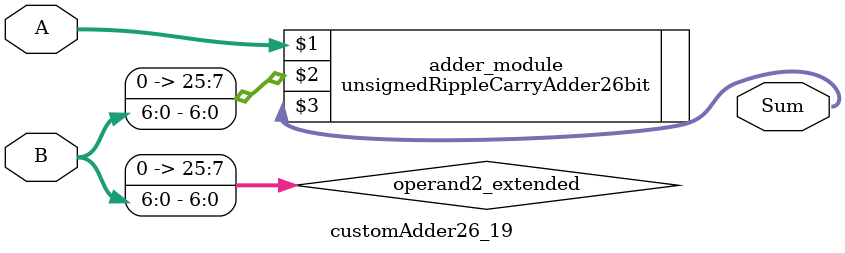
<source format=v>

module customAdder26_19(
                    input [25 : 0] A,
                    input [6 : 0] B,
                    
                    output [26 : 0] Sum
            );

    wire [25 : 0] operand2_extended;
    
    assign operand2_extended =  {19'b0, B};
    
    unsignedRippleCarryAdder26bit adder_module(
        A,
        operand2_extended,
        Sum
    );
    
endmodule
        
</source>
